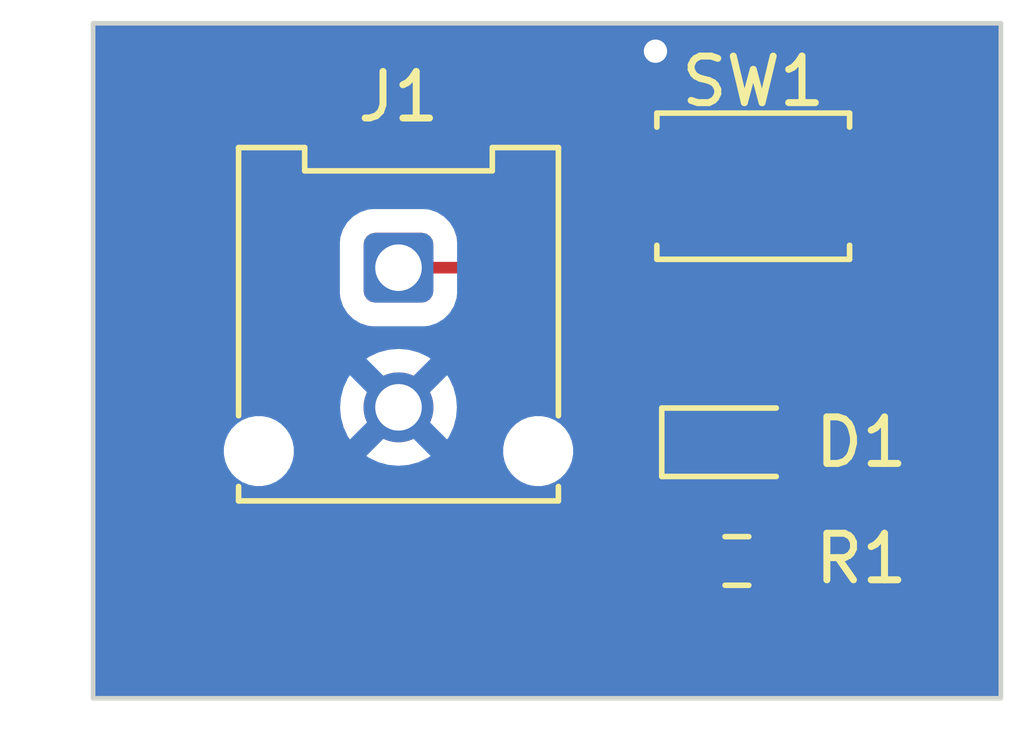
<source format=kicad_pcb>
(kicad_pcb (version 20240108) (generator "pcbnew") (generator_version "8.0")
  (layers (0 "F.Cu" signal) (31 "B.Cu" signal) (34 "B.Paste" user) (35 "F.Paste" user) (36 "B.SilkS" user "B.Silkscreen") (37 "F.SilkS" user "F.Silkscreen") (38 "B.Mask" user) (39 "F.Mask" user) (44 "Edge.Cuts" user))
  (net 0 "")
  (net 1 "Net-(D1-A)")
  (net 2 "Net-(D1-K)")
  (net 3 "+3V3")
  (net 4 "GND")
  (footprint "Resistor_SMD:R_0603_1608Metric_Pad0.98x0.95mm_HandSolder" (layer "F.Cu") (at 276.83 160.05)
    (property "Reference" "R1" (at 2.67 -0.05 0) (layer "F.SilkS"))
    (property "Value" "1k")
    (fp_line (start -0.254724 -0.5225) (end 0.254724 -0.5225) (stroke (width 0.12)) (layer "F.SilkS"))
    (fp_line (start -0.254724 0.5225) (end 0.254724 0.5225) (stroke (width 0.12)) (layer "F.SilkS"))
    (pad "1" smd roundrect (at -0.9125 0) (size 0.975 0.95) (layers "F.Cu" "F.Paste" "F.Mask") (net 3 "+3V3"))
    (pad "2" smd roundrect (at 0.9125 0) (size 0.975 0.95) (layers "F.Cu" "F.Paste" "F.Mask") (net 1 "Net-(D1-A)"))
  )
  (footprint "LED_SMD:LED_0603_1608Metric_Pad1.05x0.95mm_HandSolder" (layer "F.Cu") (at 276.875 157.5)
    (property "Reference" "D1" (at 2.625 0 0) (layer "F.SilkS"))
    (property "Value" "LED")
    (fp_line (start -1.66 -0.735) (end -1.66 0.735) (stroke (width 0.12)) (layer "F.SilkS"))
    (fp_line (start -1.66 0.735) (end 0.8 0.735) (stroke (width 0.12)) (layer "F.SilkS"))
    (fp_line (start 0.8 -0.735) (end -1.66 -0.735) (stroke (width 0.12)) (layer "F.SilkS"))
    (pad "1" smd roundrect (at -0.875 0) (size 1.05 0.95) (layers "F.Cu" "F.Paste" "F.Mask") (net 2 "Net-(D1-K)"))
    (pad "2" smd roundrect (at 0.875 0) (size 1.05 0.95) (layers "F.Cu" "F.Paste" "F.Mask") (net 1 "Net-(D1-A)"))
  )
  (footprint "Button_Switch_SMD:SW_Push_SPST_NO_Alps_SKRK" (layer "F.Cu") (at 277.18 152)
    (property "Reference" "SW1" (at 0 -2.25 0) (layer "F.SilkS"))
    (property "Value" "SW_Push")
    (fp_line (start -2.07 -1.57) (end 2.07 -1.57) (stroke (width 0.12)) (layer "F.SilkS"))
    (fp_line (start -2.07 -1.27) (end -2.07 -1.57) (stroke (width 0.12)) (layer "F.SilkS"))
    (fp_line (start -2.07 1.57) (end -2.07 1.27) (stroke (width 0.12)) (layer "F.SilkS"))
    (fp_line (start 2.07 -1.57) (end 2.07 -1.27) (stroke (width 0.12)) (layer "F.SilkS"))
    (fp_line (start 2.07 1.27) (end 2.07 1.57) (stroke (width 0.12)) (layer "F.SilkS"))
    (fp_line (start 2.07 1.57) (end -2.07 1.57) (stroke (width 0.12)) (layer "F.SilkS"))
    (pad "1" smd roundrect (at -2.1 0) (size 0.8 2) (layers "F.Cu" "F.Paste" "F.Mask") (net 4 "GND"))
    (pad "2" smd roundrect (at 2.1 0) (size 0.8 2) (layers "F.Cu" "F.Paste" "F.Mask") (net 2 "Net-(D1-K)"))
  )
  (footprint "Connector_Molex:Molex_Micro-Fit_3.0_43045-0212_2x01_P3.00mm_Vertical" (layer "F.Cu") (at 269.56 153.75)
    (property "Reference" "J1" (at 0 -3.67 0) (layer "F.SilkS"))
    (property "Value" "Conn_01x02")
    (fp_line (start -3.435 -2.58) (end -2.015 -2.58) (stroke (width 0.12)) (layer "F.SilkS"))
    (fp_line (start -3.435 3.18) (end -3.435 -2.58) (stroke (width 0.12)) (layer "F.SilkS"))
    (fp_line (start -3.435 4.7) (end -3.435 5.01) (stroke (width 0.12)) (layer "F.SilkS"))
    (fp_line (start -3.435 5.01) (end 3.435 5.01) (stroke (width 0.12)) (layer "F.SilkS"))
    (fp_line (start -2.015 -2.58) (end -2.015 -2.08) (stroke (width 0.12)) (layer "F.SilkS"))
    (fp_line (start -2.015 -2.08) (end 2.015 -2.08) (stroke (width 0.12)) (layer "F.SilkS"))
    (fp_line (start 2.015 -2.58) (end 3.435 -2.58) (stroke (width 0.12)) (layer "F.SilkS"))
    (fp_line (start 2.015 -2.08) (end 2.015 -2.58) (stroke (width 0.12)) (layer "F.SilkS"))
    (fp_line (start 3.435 -2.58) (end 3.435 3.18) (stroke (width 0.12)) (layer "F.SilkS"))
    (fp_line (start 3.435 5.01) (end 3.435 4.7) (stroke (width 0.12)) (layer "F.SilkS"))
    (pad "" np_thru_hole circle (at -3 3.94) (size 1 1) (drill 1) (layers "*.Cu" "*.Mask"))
    (pad "" np_thru_hole circle (at 3 3.94) (size 1 1) (drill 1) (layers "*.Cu" "*.Mask"))
    (pad "1" thru_hole roundrect (at 0 0) (size 1.5 1.5) (drill 1) (layers "*.Cu" "*.Mask") (roundrect_rratio 0.166667) (net 3 "+3V3"))
    (pad "2" thru_hole circle (at 0 3) (size 1.5 1.5) (drill 1) (layers "*.Cu" "*.Mask") (net 4 "GND"))
  )
  (gr_line (start 263 163) (end 282.5 163) (stroke (width 0.1)) (layer "Edge.Cuts"))
  (gr_line (start 263 148.5) (end 263 163) (stroke (width 0.1)) (layer "Edge.Cuts"))
  (gr_line (start 282.5 148.5) (end 263 148.5) (stroke (width 0.1)) (layer "Edge.Cuts"))
  (gr_line (start 282.5 163) (end 282.5 148.5) (stroke (width 0.1)) (layer "Edge.Cuts"))
  (segment (start 277.7425 157.5075) (end 277.75 157.5) (width 0.25) (layer "F.Cu") (net 1))
  (segment (start 277.7425 160.05) (end 277.7425 157.5075) (width 0.25) (layer "F.Cu") (net 1))
  (segment (start 276.5 155.5) (end 278.5 155.5) (width 0.25) (layer "F.Cu") (net 2))
  (segment (start 279.28 154.72) (end 279.28 152) (width 0.25) (layer "F.Cu") (net 2))
  (segment (start 276 156) (end 276.5 155.5) (width 0.25) (layer "F.Cu") (net 2))
  (segment (start 276 157.5) (end 276 156) (width 0.25) (layer "F.Cu") (net 2))
  (segment (start 278.5 155.5) (end 279.28 154.72) (width 0.25) (layer "F.Cu") (net 2))
  (segment (start 274 155.5) (end 274 159.5) (width 0.25) (layer "F.Cu") (net 3))
  (segment (start 272.25 153.75) (end 274 155.5) (width 0.25) (layer "F.Cu") (net 3))
  (segment (start 274 159.5) (end 274.55 160.05) (width 0.25) (layer "F.Cu") (net 3))
  (segment (start 269.56 153.75) (end 272.25 153.75) (width 0.25) (layer "F.Cu") (net 3))
  (segment (start 274.55 160.05) (end 275.9175 160.05) (width 0.25) (layer "F.Cu") (net 3))
  (segment (start 275.08 149.1) (end 275.08 152) (width 0.25) (layer "F.Cu") (net 4))
  (via (at 275.08 149.1) (size 1) (drill 0.5) (layers "F.Cu" "B.Cu") (net 4))
  (zone (net 4) (net_name "GND") (layer "B.Cu") (connect_pads (clearance 0.508)) (min_thickness 0.25) (fill yes (thermal_gap 0.5) (thermal_bridge_width 0.5))
    (polygon (pts (xy 261 148) (xy 283 148) (xy 283 164) (xy 261 164)))
  )
)
</source>
